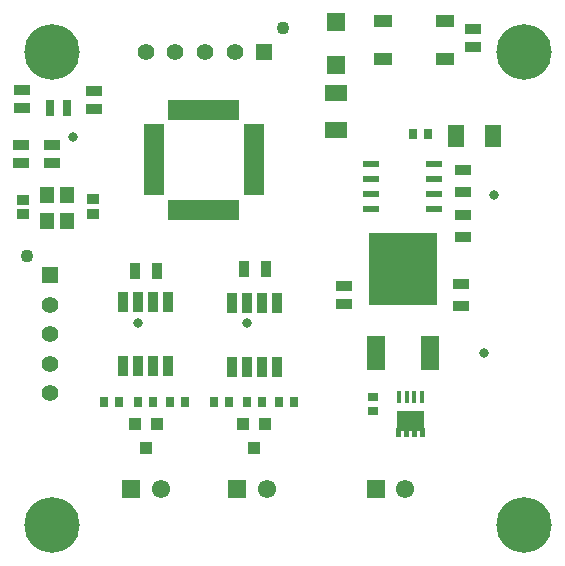
<source format=gbr>
%TF.GenerationSoftware,Altium Limited,Altium Designer,25.6.2 (33)*%
G04 Layer_Color=8388736*
%FSLAX45Y45*%
%MOMM*%
%TF.SameCoordinates,DFF603B5-40A5-4244-BDFB-F1AFFF763E5F*%
%TF.FilePolarity,Negative*%
%TF.FileFunction,Soldermask,Top*%
%TF.Part,Single*%
G01*
G75*
%TA.AperFunction,SMDPad,CuDef*%
%ADD11R,1.55000X1.00000*%
%ADD13R,1.35000X0.95000*%
%ADD14R,1.35490X1.85822*%
%ADD15R,1.40000X0.95000*%
%ADD16R,0.95000X1.40000*%
%ADD17R,0.75814X0.81213*%
%ADD20R,5.80000X6.20000*%
%ADD21R,0.81213X0.75814*%
%ADD22R,1.60000X1.50000*%
%ADD23R,1.20000X1.40000*%
%ADD24R,1.40000X0.60000*%
%ADD25R,1.85822X1.35490*%
%ADD26C,1.50876*%
%ADD27R,0.40640X0.99060*%
%ADD29R,1.60000X3.00000*%
%ADD30R,0.75000X1.40000*%
%TA.AperFunction,ComponentPad*%
%ADD34C,1.40000*%
%ADD35C,1.10000*%
%ADD36R,1.40000X1.40000*%
%ADD37R,1.55000X1.55000*%
%ADD39C,1.55000*%
%ADD40R,1.40000X1.40000*%
%TA.AperFunction,SMDPad,CuDef*%
%ADD47R,1.67820X0.50320*%
%ADD48R,1.05320X0.95320*%
%ADD49R,0.85320X1.72820*%
%ADD50R,1.00320X1.10320*%
%ADD51R,0.50320X1.67820*%
%TA.AperFunction,ViaPad*%
%ADD52C,0.80320*%
%ADD53C,4.70320*%
G36*
X3649211Y1318972D02*
X3656831D01*
Y1242772D01*
X3616191D01*
Y1293572D01*
X3590791D01*
Y1242772D01*
X3550151D01*
Y1293572D01*
X3524751D01*
Y1242772D01*
X3484111D01*
Y1293572D01*
X3458711D01*
Y1242772D01*
X3418071D01*
Y1318972D01*
X3425691D01*
Y1466292D01*
X3649211D01*
Y1318972D01*
D02*
G37*
D11*
X3832306Y4766000D02*
D03*
X3307305D02*
D03*
Y4446000D02*
D03*
X3832306D02*
D03*
D13*
X4063309Y4698098D02*
D03*
X243951Y3565199D02*
D03*
X245554Y4180850D02*
D03*
X498484Y3565200D02*
D03*
X854199Y4169700D02*
D03*
X2976005Y2521422D02*
D03*
X4063309Y4548098D02*
D03*
X243951Y3715199D02*
D03*
X498484Y3715200D02*
D03*
X2976005Y2371421D02*
D03*
X854199Y4019700D02*
D03*
X245554Y4030850D02*
D03*
D14*
X4238471Y3792622D02*
D03*
X3923340D02*
D03*
D15*
X3979305Y3504122D02*
D03*
Y2938122D02*
D03*
X3966605Y2538922D02*
D03*
X3979305Y3319122D02*
D03*
X3966605Y2353922D02*
D03*
X3979305Y3123122D02*
D03*
D16*
X1390805Y2644322D02*
D03*
X2311782Y2662322D02*
D03*
X2126782D02*
D03*
X1205805Y2644322D02*
D03*
D17*
X945408Y1539600D02*
D03*
X1877454D02*
D03*
X1629694D02*
D03*
X2550052D02*
D03*
X3561006Y3805322D02*
D03*
X2277981Y1539600D02*
D03*
X2152582D02*
D03*
X1504296D02*
D03*
X2002853D02*
D03*
X1355840D02*
D03*
X1230441D02*
D03*
X2424654D02*
D03*
X1070807D02*
D03*
X3686405Y3805322D02*
D03*
D20*
X3471305Y2662322D02*
D03*
D21*
X3222592Y1458912D02*
D03*
Y1584311D02*
D03*
D22*
X2909775Y4753500D02*
D03*
Y4393500D02*
D03*
D23*
X627484Y3292590D02*
D03*
X457483Y3072590D02*
D03*
Y3292590D02*
D03*
X627484Y3072590D02*
D03*
D24*
X3736305Y3424322D02*
D03*
Y3297322D02*
D03*
X3206305D02*
D03*
Y3424322D02*
D03*
X3736305Y3170322D02*
D03*
X3206305D02*
D03*
Y3551322D02*
D03*
X3736305D02*
D03*
D25*
X2905618Y4153415D02*
D03*
Y3838285D02*
D03*
D26*
X3557771Y1382472D02*
D03*
D27*
X3636511Y1579322D02*
D03*
X3570471D02*
D03*
X3504431D02*
D03*
X3438391D02*
D03*
D29*
X3242806Y1953322D02*
D03*
X3699805D02*
D03*
D30*
X626699Y4025850D02*
D03*
X481699D02*
D03*
D34*
X2048000Y4503500D02*
D03*
X1798000D02*
D03*
X1548000D02*
D03*
X1298000D02*
D03*
X487078Y1861712D02*
D03*
Y2361712D02*
D03*
Y2111712D02*
D03*
Y1611712D02*
D03*
D35*
X2458000Y4703500D02*
D03*
X287078Y2771712D02*
D03*
D36*
X2298000Y4503500D02*
D03*
D37*
X3243555Y799821D02*
D03*
X2071281Y802300D02*
D03*
X1173305D02*
D03*
D39*
X3493555Y799821D02*
D03*
X2321281Y802300D02*
D03*
X1423305D02*
D03*
D40*
X487078Y2611712D02*
D03*
D47*
X2209800Y3865200D02*
D03*
Y3815200D02*
D03*
X1362200Y3565200D02*
D03*
Y3415200D02*
D03*
Y3615200D02*
D03*
Y3665200D02*
D03*
X2209800D02*
D03*
Y3465200D02*
D03*
Y3715200D02*
D03*
Y3365200D02*
D03*
Y3415200D02*
D03*
Y3765200D02*
D03*
Y3315200D02*
D03*
X1362200Y3465200D02*
D03*
Y3515200D02*
D03*
Y3865200D02*
D03*
Y3815200D02*
D03*
Y3765200D02*
D03*
Y3715200D02*
D03*
Y3365200D02*
D03*
Y3315200D02*
D03*
X2209800Y3515200D02*
D03*
Y3565200D02*
D03*
Y3615200D02*
D03*
D48*
X257983Y3128090D02*
D03*
X849984Y3257090D02*
D03*
X257983Y3253090D02*
D03*
X849984Y3132090D02*
D03*
D49*
X1355605Y2382922D02*
D03*
X2278781Y2375522D02*
D03*
X2151781D02*
D03*
X1228605Y2382922D02*
D03*
X1482605D02*
D03*
X1101605D02*
D03*
Y1840522D02*
D03*
X1228605D02*
D03*
X1355605D02*
D03*
X1482605D02*
D03*
X2405781Y2375522D02*
D03*
X2024781D02*
D03*
Y1833122D02*
D03*
X2151781D02*
D03*
X2278781D02*
D03*
X2405781D02*
D03*
D50*
X1298305Y1151800D02*
D03*
X2215283D02*
D03*
X2120283Y1351800D02*
D03*
X2310283D02*
D03*
X1203305D02*
D03*
X1393305D02*
D03*
D51*
X1861000Y3166400D02*
D03*
X1811000D02*
D03*
X1961000D02*
D03*
X1511000D02*
D03*
X1561000D02*
D03*
X1611000D02*
D03*
X1661000D02*
D03*
X1711000D02*
D03*
X1761000D02*
D03*
X1911000D02*
D03*
X2011000D02*
D03*
X2061000D02*
D03*
Y4014000D02*
D03*
X2011000D02*
D03*
X1961000D02*
D03*
X1911000D02*
D03*
X1861000D02*
D03*
X1811000D02*
D03*
X1761000D02*
D03*
X1711000D02*
D03*
X1661000D02*
D03*
X1611000D02*
D03*
X1561000D02*
D03*
X1511000D02*
D03*
D52*
X678484Y3780200D02*
D03*
X4241168Y3294014D02*
D03*
X1229948Y2211888D02*
D03*
X2150704Y2209412D02*
D03*
X4161450Y1953322D02*
D03*
D53*
X4500000Y4500000D02*
D03*
X500000Y500000D02*
D03*
X4500000D02*
D03*
X500000Y4500000D02*
D03*
%TF.MD5,7a4a07ebf00d8dac232e9bca35cec481*%
M02*

</source>
